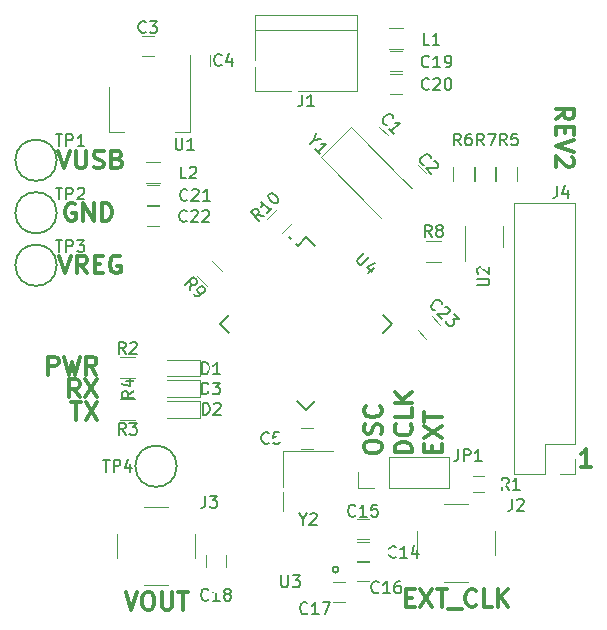
<source format=gto>
%TF.GenerationSoftware,KiCad,Pcbnew,4.0.6-e0-6349~53~ubuntu16.04.1*%
%TF.CreationDate,2017-04-07T11:05:52-07:00*%
%TF.ProjectId,waveform-generator,77617665666F726D2D67656E65726174,rev?*%
%TF.FileFunction,Legend,Top*%
%FSLAX46Y46*%
G04 Gerber Fmt 4.6, Leading zero omitted, Abs format (unit mm)*
G04 Created by KiCad (PCBNEW 4.0.6-e0-6349~53~ubuntu16.04.1) date Fri Apr  7 11:05:52 2017*
%MOMM*%
%LPD*%
G01*
G04 APERTURE LIST*
%ADD10C,0.100000*%
%ADD11C,0.300000*%
%ADD12C,0.120000*%
%ADD13C,0.150000*%
%ADD14R,0.400000X1.350000*%
%ADD15C,1.250000*%
%ADD16C,1.550000*%
%ADD17C,3.500000*%
%ADD18R,1.500000X1.250000*%
%ADD19R,1.250000X1.500000*%
%ADD20R,1.200000X1.200000*%
%ADD21C,2.200000*%
%ADD22C,2.000000*%
%ADD23R,1.700000X1.700000*%
%ADD24O,1.700000X1.700000*%
%ADD25R,1.500000X1.300000*%
%ADD26R,1.200000X0.900000*%
%ADD27R,1.300000X1.500000*%
%ADD28R,3.800000X2.000000*%
%ADD29R,1.500000X2.000000*%
%ADD30R,0.650000X1.560000*%
%ADD31R,1.640000X2.380000*%
%ADD32R,1.000000X0.250000*%
%ADD33R,1.650000X1.950000*%
%ADD34C,2.800000*%
%ADD35C,0.558800*%
G04 APERTURE END LIST*
D10*
D11*
X69425429Y-26368572D02*
X70139714Y-25868572D01*
X69425429Y-25511429D02*
X70925429Y-25511429D01*
X70925429Y-26082857D01*
X70854000Y-26225715D01*
X70782571Y-26297143D01*
X70639714Y-26368572D01*
X70425429Y-26368572D01*
X70282571Y-26297143D01*
X70211143Y-26225715D01*
X70139714Y-26082857D01*
X70139714Y-25511429D01*
X70211143Y-27011429D02*
X70211143Y-27511429D01*
X69425429Y-27725715D02*
X69425429Y-27011429D01*
X70925429Y-27011429D01*
X70925429Y-27725715D01*
X70925429Y-28154286D02*
X69425429Y-28654286D01*
X70925429Y-29154286D01*
X70782571Y-29582857D02*
X70854000Y-29654286D01*
X70925429Y-29797143D01*
X70925429Y-30154286D01*
X70854000Y-30297143D01*
X70782571Y-30368572D01*
X70639714Y-30440000D01*
X70496857Y-30440000D01*
X70282571Y-30368572D01*
X69425429Y-29511429D01*
X69425429Y-30440000D01*
X28702143Y-33540000D02*
X28559286Y-33468571D01*
X28345000Y-33468571D01*
X28130715Y-33540000D01*
X27987857Y-33682857D01*
X27916429Y-33825714D01*
X27845000Y-34111429D01*
X27845000Y-34325714D01*
X27916429Y-34611429D01*
X27987857Y-34754286D01*
X28130715Y-34897143D01*
X28345000Y-34968571D01*
X28487857Y-34968571D01*
X28702143Y-34897143D01*
X28773572Y-34825714D01*
X28773572Y-34325714D01*
X28487857Y-34325714D01*
X29416429Y-34968571D02*
X29416429Y-33468571D01*
X30273572Y-34968571D01*
X30273572Y-33468571D01*
X30987858Y-34968571D02*
X30987858Y-33468571D01*
X31345001Y-33468571D01*
X31559286Y-33540000D01*
X31702144Y-33682857D01*
X31773572Y-33825714D01*
X31845001Y-34111429D01*
X31845001Y-34325714D01*
X31773572Y-34611429D01*
X31702144Y-34754286D01*
X31559286Y-34897143D01*
X31345001Y-34968571D01*
X30987858Y-34968571D01*
X27356929Y-37913571D02*
X27856929Y-39413571D01*
X28356929Y-37913571D01*
X29714072Y-39413571D02*
X29214072Y-38699286D01*
X28856929Y-39413571D02*
X28856929Y-37913571D01*
X29428357Y-37913571D01*
X29571215Y-37985000D01*
X29642643Y-38056429D01*
X29714072Y-38199286D01*
X29714072Y-38413571D01*
X29642643Y-38556429D01*
X29571215Y-38627857D01*
X29428357Y-38699286D01*
X28856929Y-38699286D01*
X30356929Y-38627857D02*
X30856929Y-38627857D01*
X31071215Y-39413571D02*
X30356929Y-39413571D01*
X30356929Y-37913571D01*
X31071215Y-37913571D01*
X32499786Y-37985000D02*
X32356929Y-37913571D01*
X32142643Y-37913571D01*
X31928358Y-37985000D01*
X31785500Y-38127857D01*
X31714072Y-38270714D01*
X31642643Y-38556429D01*
X31642643Y-38770714D01*
X31714072Y-39056429D01*
X31785500Y-39199286D01*
X31928358Y-39342143D01*
X32142643Y-39413571D01*
X32285500Y-39413571D01*
X32499786Y-39342143D01*
X32571215Y-39270714D01*
X32571215Y-38770714D01*
X32285500Y-38770714D01*
X27285500Y-29023571D02*
X27785500Y-30523571D01*
X28285500Y-29023571D01*
X28785500Y-29023571D02*
X28785500Y-30237857D01*
X28856928Y-30380714D01*
X28928357Y-30452143D01*
X29071214Y-30523571D01*
X29356928Y-30523571D01*
X29499786Y-30452143D01*
X29571214Y-30380714D01*
X29642643Y-30237857D01*
X29642643Y-29023571D01*
X30285500Y-30452143D02*
X30499786Y-30523571D01*
X30856929Y-30523571D01*
X30999786Y-30452143D01*
X31071215Y-30380714D01*
X31142643Y-30237857D01*
X31142643Y-30095000D01*
X31071215Y-29952143D01*
X30999786Y-29880714D01*
X30856929Y-29809286D01*
X30571215Y-29737857D01*
X30428357Y-29666429D01*
X30356929Y-29595000D01*
X30285500Y-29452143D01*
X30285500Y-29309286D01*
X30356929Y-29166429D01*
X30428357Y-29095000D01*
X30571215Y-29023571D01*
X30928357Y-29023571D01*
X31142643Y-29095000D01*
X32285500Y-29737857D02*
X32499786Y-29809286D01*
X32571214Y-29880714D01*
X32642643Y-30023571D01*
X32642643Y-30237857D01*
X32571214Y-30380714D01*
X32499786Y-30452143D01*
X32356928Y-30523571D01*
X31785500Y-30523571D01*
X31785500Y-29023571D01*
X32285500Y-29023571D01*
X32428357Y-29095000D01*
X32499786Y-29166429D01*
X32571214Y-29309286D01*
X32571214Y-29452143D01*
X32499786Y-29595000D01*
X32428357Y-29666429D01*
X32285500Y-29737857D01*
X31785500Y-29737857D01*
X72374072Y-55796571D02*
X71516929Y-55796571D01*
X71945501Y-55796571D02*
X71945501Y-54296571D01*
X71802644Y-54510857D01*
X71659786Y-54653714D01*
X71516929Y-54725143D01*
X53153571Y-54248643D02*
X53153571Y-53962929D01*
X53225000Y-53820071D01*
X53367857Y-53677214D01*
X53653571Y-53605786D01*
X54153571Y-53605786D01*
X54439286Y-53677214D01*
X54582143Y-53820071D01*
X54653571Y-53962929D01*
X54653571Y-54248643D01*
X54582143Y-54391500D01*
X54439286Y-54534357D01*
X54153571Y-54605786D01*
X53653571Y-54605786D01*
X53367857Y-54534357D01*
X53225000Y-54391500D01*
X53153571Y-54248643D01*
X54582143Y-53034357D02*
X54653571Y-52820071D01*
X54653571Y-52462928D01*
X54582143Y-52320071D01*
X54510714Y-52248642D01*
X54367857Y-52177214D01*
X54225000Y-52177214D01*
X54082143Y-52248642D01*
X54010714Y-52320071D01*
X53939286Y-52462928D01*
X53867857Y-52748642D01*
X53796429Y-52891500D01*
X53725000Y-52962928D01*
X53582143Y-53034357D01*
X53439286Y-53034357D01*
X53296429Y-52962928D01*
X53225000Y-52891500D01*
X53153571Y-52748642D01*
X53153571Y-52391500D01*
X53225000Y-52177214D01*
X54510714Y-50677214D02*
X54582143Y-50748643D01*
X54653571Y-50962929D01*
X54653571Y-51105786D01*
X54582143Y-51320071D01*
X54439286Y-51462929D01*
X54296429Y-51534357D01*
X54010714Y-51605786D01*
X53796429Y-51605786D01*
X53510714Y-51534357D01*
X53367857Y-51462929D01*
X53225000Y-51320071D01*
X53153571Y-51105786D01*
X53153571Y-50962929D01*
X53225000Y-50748643D01*
X53296429Y-50677214D01*
X58947857Y-54566142D02*
X58947857Y-54066142D01*
X59733571Y-53851856D02*
X59733571Y-54566142D01*
X58233571Y-54566142D01*
X58233571Y-53851856D01*
X58233571Y-53351856D02*
X59733571Y-52351856D01*
X58233571Y-52351856D02*
X59733571Y-53351856D01*
X58233571Y-51994714D02*
X58233571Y-51137571D01*
X59733571Y-51566142D02*
X58233571Y-51566142D01*
X57257071Y-54570000D02*
X55757071Y-54570000D01*
X55757071Y-54212857D01*
X55828500Y-53998572D01*
X55971357Y-53855714D01*
X56114214Y-53784286D01*
X56399929Y-53712857D01*
X56614214Y-53712857D01*
X56899929Y-53784286D01*
X57042786Y-53855714D01*
X57185643Y-53998572D01*
X57257071Y-54212857D01*
X57257071Y-54570000D01*
X57114214Y-52212857D02*
X57185643Y-52284286D01*
X57257071Y-52498572D01*
X57257071Y-52641429D01*
X57185643Y-52855714D01*
X57042786Y-52998572D01*
X56899929Y-53070000D01*
X56614214Y-53141429D01*
X56399929Y-53141429D01*
X56114214Y-53070000D01*
X55971357Y-52998572D01*
X55828500Y-52855714D01*
X55757071Y-52641429D01*
X55757071Y-52498572D01*
X55828500Y-52284286D01*
X55899929Y-52212857D01*
X57257071Y-50855714D02*
X57257071Y-51570000D01*
X55757071Y-51570000D01*
X57257071Y-50355714D02*
X55757071Y-50355714D01*
X57257071Y-49498571D02*
X56399929Y-50141428D01*
X55757071Y-49498571D02*
X56614214Y-50355714D01*
X26448000Y-47986071D02*
X26448000Y-46486071D01*
X27019428Y-46486071D01*
X27162286Y-46557500D01*
X27233714Y-46628929D01*
X27305143Y-46771786D01*
X27305143Y-46986071D01*
X27233714Y-47128929D01*
X27162286Y-47200357D01*
X27019428Y-47271786D01*
X26448000Y-47271786D01*
X27805143Y-46486071D02*
X28162286Y-47986071D01*
X28448000Y-46914643D01*
X28733714Y-47986071D01*
X29090857Y-46486071D01*
X30519429Y-47986071D02*
X30019429Y-47271786D01*
X29662286Y-47986071D02*
X29662286Y-46486071D01*
X30233714Y-46486071D01*
X30376572Y-46557500D01*
X30448000Y-46628929D01*
X30519429Y-46771786D01*
X30519429Y-46986071D01*
X30448000Y-47128929D01*
X30376572Y-47200357D01*
X30233714Y-47271786D01*
X29662286Y-47271786D01*
X29087001Y-49891071D02*
X28587001Y-49176786D01*
X28229858Y-49891071D02*
X28229858Y-48391071D01*
X28801286Y-48391071D01*
X28944144Y-48462500D01*
X29015572Y-48533929D01*
X29087001Y-48676786D01*
X29087001Y-48891071D01*
X29015572Y-49033929D01*
X28944144Y-49105357D01*
X28801286Y-49176786D01*
X28229858Y-49176786D01*
X29587001Y-48391071D02*
X30587001Y-49891071D01*
X30587001Y-48391071D02*
X29587001Y-49891071D01*
X28384643Y-50296071D02*
X29241786Y-50296071D01*
X28813215Y-51796071D02*
X28813215Y-50296071D01*
X29598929Y-50296071D02*
X30598929Y-51796071D01*
X30598929Y-50296071D02*
X29598929Y-51796071D01*
X32980643Y-66425071D02*
X33480643Y-67925071D01*
X33980643Y-66425071D01*
X34766357Y-66425071D02*
X35052071Y-66425071D01*
X35194929Y-66496500D01*
X35337786Y-66639357D01*
X35409214Y-66925071D01*
X35409214Y-67425071D01*
X35337786Y-67710786D01*
X35194929Y-67853643D01*
X35052071Y-67925071D01*
X34766357Y-67925071D01*
X34623500Y-67853643D01*
X34480643Y-67710786D01*
X34409214Y-67425071D01*
X34409214Y-66925071D01*
X34480643Y-66639357D01*
X34623500Y-66496500D01*
X34766357Y-66425071D01*
X36052072Y-66425071D02*
X36052072Y-67639357D01*
X36123500Y-67782214D01*
X36194929Y-67853643D01*
X36337786Y-67925071D01*
X36623500Y-67925071D01*
X36766358Y-67853643D01*
X36837786Y-67782214D01*
X36909215Y-67639357D01*
X36909215Y-66425071D01*
X37409215Y-66425071D02*
X38266358Y-66425071D01*
X37837787Y-67925071D02*
X37837787Y-66425071D01*
X56737786Y-66885357D02*
X57237786Y-66885357D01*
X57452072Y-67671071D02*
X56737786Y-67671071D01*
X56737786Y-66171071D01*
X57452072Y-66171071D01*
X57952072Y-66171071D02*
X58952072Y-67671071D01*
X58952072Y-66171071D02*
X57952072Y-67671071D01*
X59309214Y-66171071D02*
X60166357Y-66171071D01*
X59737786Y-67671071D02*
X59737786Y-66171071D01*
X60309214Y-67813929D02*
X61452071Y-67813929D01*
X62666357Y-67528214D02*
X62594928Y-67599643D01*
X62380642Y-67671071D01*
X62237785Y-67671071D01*
X62023500Y-67599643D01*
X61880642Y-67456786D01*
X61809214Y-67313929D01*
X61737785Y-67028214D01*
X61737785Y-66813929D01*
X61809214Y-66528214D01*
X61880642Y-66385357D01*
X62023500Y-66242500D01*
X62237785Y-66171071D01*
X62380642Y-66171071D01*
X62594928Y-66242500D01*
X62666357Y-66313929D01*
X64023500Y-67671071D02*
X63309214Y-67671071D01*
X63309214Y-66171071D01*
X64523500Y-67671071D02*
X64523500Y-66171071D01*
X65380643Y-67671071D02*
X64737786Y-66813929D01*
X65380643Y-66171071D02*
X64523500Y-67028214D01*
D12*
X52610000Y-17560000D02*
X43910000Y-17560000D01*
X52610000Y-23970000D02*
X43910000Y-23970000D01*
X43910000Y-23970000D02*
X43910000Y-17560000D01*
X43910000Y-18790000D02*
X52610000Y-18790000D01*
X52610000Y-17560000D02*
X52610000Y-23970000D01*
X55175507Y-27721177D02*
X54468400Y-27014070D01*
X53266319Y-28216151D02*
X53973426Y-28923258D01*
X56499211Y-31449043D02*
X57206318Y-32156150D01*
X58408399Y-30954069D02*
X57701292Y-30246962D01*
X35361500Y-19343000D02*
X34361500Y-19343000D01*
X34361500Y-21043000D02*
X35361500Y-21043000D01*
X38456500Y-20899500D02*
X38456500Y-21899500D01*
X40156500Y-21899500D02*
X40156500Y-20899500D01*
X47823500Y-54253500D02*
X48823500Y-54253500D01*
X48823500Y-52553500D02*
X47823500Y-52553500D01*
X53586000Y-62142000D02*
X52586000Y-62142000D01*
X52586000Y-63842000D02*
X53586000Y-63842000D01*
X53586000Y-60237000D02*
X52586000Y-60237000D01*
X52586000Y-61937000D02*
X53586000Y-61937000D01*
X53586000Y-63793000D02*
X52586000Y-63793000D01*
X52586000Y-65493000D02*
X53586000Y-65493000D01*
X50554000Y-67271000D02*
X51554000Y-67271000D01*
X51554000Y-65571000D02*
X50554000Y-65571000D01*
X41490000Y-64254000D02*
X41490000Y-63254000D01*
X39790000Y-63254000D02*
X39790000Y-64254000D01*
X56397784Y-20617386D02*
X55397784Y-20617386D01*
X55397784Y-22317386D02*
X56397784Y-22317386D01*
X56397783Y-22522386D02*
X55397783Y-22522386D01*
X55397783Y-24222386D02*
X56397783Y-24222386D01*
X34816728Y-33640583D02*
X35816728Y-33640583D01*
X35816728Y-31940583D02*
X34816728Y-31940583D01*
X34816728Y-35436634D02*
X35816728Y-35436634D01*
X35816728Y-33736634D02*
X34816728Y-33736634D01*
X59628594Y-43758013D02*
X58921487Y-43050906D01*
X57719406Y-44252987D02*
X58426513Y-44960094D01*
X39265000Y-48134500D02*
X39265000Y-46734500D01*
X39265000Y-46734500D02*
X36465000Y-46734500D01*
X39265000Y-48134500D02*
X36465000Y-48134500D01*
X39265000Y-51627000D02*
X39265000Y-50227000D01*
X39265000Y-50227000D02*
X36465000Y-50227000D01*
X39265000Y-51627000D02*
X36465000Y-51627000D01*
X39265000Y-49849000D02*
X39265000Y-48449000D01*
X39265000Y-48449000D02*
X36465000Y-48449000D01*
X39265000Y-49849000D02*
X36465000Y-49849000D01*
X59960000Y-58930000D02*
X61960000Y-58930000D01*
X59960000Y-65530000D02*
X61960000Y-65530000D01*
X64260000Y-61230000D02*
X64260000Y-63230000D01*
X57660000Y-61230000D02*
X57660000Y-63230000D01*
X34560000Y-59184000D02*
X36560000Y-59184000D01*
X34560000Y-65784000D02*
X36560000Y-65784000D01*
X38860000Y-61484000D02*
X38860000Y-63484000D01*
X32260000Y-61484000D02*
X32260000Y-63484000D01*
X71053000Y-53848000D02*
X71053000Y-33468000D01*
X71053000Y-33468000D02*
X65853000Y-33468000D01*
X65853000Y-33468000D02*
X65853000Y-56448000D01*
X65853000Y-56448000D02*
X68453000Y-56448000D01*
X68453000Y-56448000D02*
X68453000Y-53848000D01*
X68453000Y-53848000D02*
X71053000Y-53848000D01*
X71053000Y-55118000D02*
X71053000Y-56448000D01*
X71053000Y-56448000D02*
X69723000Y-56448000D01*
X55245000Y-57591000D02*
X60385000Y-57591000D01*
X60385000Y-57591000D02*
X60385000Y-54931000D01*
X60385000Y-54931000D02*
X55245000Y-54931000D01*
X55245000Y-54931000D02*
X55245000Y-57591000D01*
X53975000Y-57591000D02*
X52645000Y-57591000D01*
X52645000Y-57591000D02*
X52645000Y-56261000D01*
X55297784Y-18682387D02*
X56497784Y-18682387D01*
X56497784Y-20442387D02*
X55297784Y-20442387D01*
X35902200Y-31766400D02*
X34702200Y-31766400D01*
X34702200Y-30006400D02*
X35902200Y-30006400D01*
X63365000Y-57957000D02*
X62365000Y-57957000D01*
X62365000Y-56597000D02*
X63365000Y-56597000D01*
X32547000Y-46491000D02*
X33747000Y-46491000D01*
X33747000Y-48251000D02*
X32547000Y-48251000D01*
X32547000Y-50047000D02*
X33747000Y-50047000D01*
X33747000Y-51807000D02*
X32547000Y-51807000D01*
X32547000Y-48269000D02*
X33747000Y-48269000D01*
X33747000Y-50029000D02*
X32547000Y-50029000D01*
X64337519Y-31597991D02*
X64337519Y-30397991D01*
X66097519Y-30397991D02*
X66097519Y-31597991D01*
X60745416Y-31597991D02*
X60745416Y-30397991D01*
X62505416Y-30397991D02*
X62505416Y-31597991D01*
X62541467Y-31597991D02*
X62541467Y-30397991D01*
X64301467Y-30397991D02*
X64301467Y-31597991D01*
X59655000Y-38472000D02*
X58455000Y-38472000D01*
X58455000Y-36712000D02*
X59655000Y-36712000D01*
X40266490Y-38386982D02*
X41115018Y-39235510D01*
X39870510Y-40480018D02*
X39021982Y-39631490D01*
X47084018Y-35186490D02*
X46235490Y-36035018D01*
X44990982Y-34790510D02*
X45839510Y-33941982D01*
X31578500Y-27437000D02*
X32838500Y-27437000D01*
X38398500Y-27437000D02*
X37138500Y-27437000D01*
X31578500Y-23677000D02*
X31578500Y-27437000D01*
X38398500Y-21427000D02*
X38398500Y-27437000D01*
X64922000Y-37205500D02*
X64922000Y-35405500D01*
X61702000Y-35405500D02*
X61702000Y-38355500D01*
D13*
X51010000Y-64500000D02*
G75*
G03X51010000Y-64500000I-250000J0D01*
G01*
X48260000Y-36369445D02*
X47552893Y-37076552D01*
X55578555Y-43688000D02*
X54818415Y-44448140D01*
X48260000Y-51006555D02*
X49020140Y-50246415D01*
X40941445Y-43688000D02*
X41701585Y-42927860D01*
X48260000Y-36369445D02*
X49020140Y-37129585D01*
X40941445Y-43688000D02*
X41701585Y-44448140D01*
X48260000Y-51006555D02*
X47499860Y-50246415D01*
X55578555Y-43688000D02*
X54818415Y-42927860D01*
X47552893Y-37076552D02*
X46828109Y-36351767D01*
D12*
X57180862Y-32154736D02*
X52054337Y-27028212D01*
X52054337Y-27028212D02*
X49508753Y-29573796D01*
X49508753Y-29573796D02*
X54635277Y-34700321D01*
X50575500Y-54431500D02*
X46325500Y-54431500D01*
X46325500Y-54431500D02*
X46325500Y-59531500D01*
D13*
X27150000Y-29845000D02*
G75*
G03X27150000Y-29845000I-1750000J0D01*
G01*
X27150000Y-34290000D02*
G75*
G03X27150000Y-34290000I-1750000J0D01*
G01*
X27150000Y-38735000D02*
G75*
G03X27150000Y-38735000I-1750000J0D01*
G01*
X37310000Y-55753000D02*
G75*
G03X37310000Y-55753000I-1750000J0D01*
G01*
X47926667Y-24282381D02*
X47926667Y-24996667D01*
X47879047Y-25139524D01*
X47783809Y-25234762D01*
X47640952Y-25282381D01*
X47545714Y-25282381D01*
X48926667Y-25282381D02*
X48355238Y-25282381D01*
X48640952Y-25282381D02*
X48640952Y-24282381D01*
X48545714Y-24425238D01*
X48450476Y-24520476D01*
X48355238Y-24568095D01*
X55087961Y-26865915D02*
X55020618Y-26865915D01*
X54885931Y-26798571D01*
X54818587Y-26731228D01*
X54751243Y-26596540D01*
X54751243Y-26461853D01*
X54784915Y-26360838D01*
X54885930Y-26192480D01*
X54986946Y-26091464D01*
X55155305Y-25990449D01*
X55256320Y-25956777D01*
X55391007Y-25956777D01*
X55525694Y-26024121D01*
X55593038Y-26091464D01*
X55660381Y-26226151D01*
X55660381Y-26293495D01*
X55694053Y-27606693D02*
X55289991Y-27202632D01*
X55492022Y-27404662D02*
X56199128Y-26697555D01*
X56030770Y-26731227D01*
X55896083Y-26731227D01*
X55795068Y-26697555D01*
X58240111Y-30233688D02*
X58172768Y-30233688D01*
X58038081Y-30166344D01*
X57970737Y-30099001D01*
X57903393Y-29964313D01*
X57903393Y-29829626D01*
X57937065Y-29728611D01*
X58038080Y-29560253D01*
X58139096Y-29459237D01*
X58307455Y-29358222D01*
X58408470Y-29324550D01*
X58543157Y-29324550D01*
X58677844Y-29391894D01*
X58745188Y-29459237D01*
X58812531Y-29593924D01*
X58812531Y-29661268D01*
X59081905Y-29930641D02*
X59149248Y-29930641D01*
X59250263Y-29964313D01*
X59418623Y-30132672D01*
X59452294Y-30233688D01*
X59452294Y-30301031D01*
X59418623Y-30402046D01*
X59351279Y-30469390D01*
X59216592Y-30536733D01*
X58408470Y-30536733D01*
X58846203Y-30974466D01*
X34694834Y-18962643D02*
X34647215Y-19010262D01*
X34504358Y-19057881D01*
X34409120Y-19057881D01*
X34266262Y-19010262D01*
X34171024Y-18915024D01*
X34123405Y-18819786D01*
X34075786Y-18629310D01*
X34075786Y-18486452D01*
X34123405Y-18295976D01*
X34171024Y-18200738D01*
X34266262Y-18105500D01*
X34409120Y-18057881D01*
X34504358Y-18057881D01*
X34647215Y-18105500D01*
X34694834Y-18153119D01*
X35028167Y-18057881D02*
X35647215Y-18057881D01*
X35313881Y-18438833D01*
X35456739Y-18438833D01*
X35551977Y-18486452D01*
X35599596Y-18534071D01*
X35647215Y-18629310D01*
X35647215Y-18867405D01*
X35599596Y-18962643D01*
X35551977Y-19010262D01*
X35456739Y-19057881D01*
X35171024Y-19057881D01*
X35075786Y-19010262D01*
X35028167Y-18962643D01*
X41108334Y-21756643D02*
X41060715Y-21804262D01*
X40917858Y-21851881D01*
X40822620Y-21851881D01*
X40679762Y-21804262D01*
X40584524Y-21709024D01*
X40536905Y-21613786D01*
X40489286Y-21423310D01*
X40489286Y-21280452D01*
X40536905Y-21089976D01*
X40584524Y-20994738D01*
X40679762Y-20899500D01*
X40822620Y-20851881D01*
X40917858Y-20851881D01*
X41060715Y-20899500D01*
X41108334Y-20947119D01*
X41965477Y-21185214D02*
X41965477Y-21851881D01*
X41727381Y-20804262D02*
X41489286Y-21518548D01*
X42108334Y-21518548D01*
X45108834Y-53760643D02*
X45061215Y-53808262D01*
X44918358Y-53855881D01*
X44823120Y-53855881D01*
X44680262Y-53808262D01*
X44585024Y-53713024D01*
X44537405Y-53617786D01*
X44489786Y-53427310D01*
X44489786Y-53284452D01*
X44537405Y-53093976D01*
X44585024Y-52998738D01*
X44680262Y-52903500D01*
X44823120Y-52855881D01*
X44918358Y-52855881D01*
X45061215Y-52903500D01*
X45108834Y-52951119D01*
X46013596Y-52855881D02*
X45537405Y-52855881D01*
X45489786Y-53332071D01*
X45537405Y-53284452D01*
X45632643Y-53236833D01*
X45870739Y-53236833D01*
X45965977Y-53284452D01*
X46013596Y-53332071D01*
X46061215Y-53427310D01*
X46061215Y-53665405D01*
X46013596Y-53760643D01*
X45965977Y-53808262D01*
X45870739Y-53855881D01*
X45632643Y-53855881D01*
X45537405Y-53808262D01*
X45489786Y-53760643D01*
X55872143Y-63412643D02*
X55824524Y-63460262D01*
X55681667Y-63507881D01*
X55586429Y-63507881D01*
X55443571Y-63460262D01*
X55348333Y-63365024D01*
X55300714Y-63269786D01*
X55253095Y-63079310D01*
X55253095Y-62936452D01*
X55300714Y-62745976D01*
X55348333Y-62650738D01*
X55443571Y-62555500D01*
X55586429Y-62507881D01*
X55681667Y-62507881D01*
X55824524Y-62555500D01*
X55872143Y-62603119D01*
X56824524Y-63507881D02*
X56253095Y-63507881D01*
X56538809Y-63507881D02*
X56538809Y-62507881D01*
X56443571Y-62650738D01*
X56348333Y-62745976D01*
X56253095Y-62793595D01*
X57681667Y-62841214D02*
X57681667Y-63507881D01*
X57443571Y-62460262D02*
X57205476Y-63174548D01*
X57824524Y-63174548D01*
X52443143Y-59920143D02*
X52395524Y-59967762D01*
X52252667Y-60015381D01*
X52157429Y-60015381D01*
X52014571Y-59967762D01*
X51919333Y-59872524D01*
X51871714Y-59777286D01*
X51824095Y-59586810D01*
X51824095Y-59443952D01*
X51871714Y-59253476D01*
X51919333Y-59158238D01*
X52014571Y-59063000D01*
X52157429Y-59015381D01*
X52252667Y-59015381D01*
X52395524Y-59063000D01*
X52443143Y-59110619D01*
X53395524Y-60015381D02*
X52824095Y-60015381D01*
X53109809Y-60015381D02*
X53109809Y-59015381D01*
X53014571Y-59158238D01*
X52919333Y-59253476D01*
X52824095Y-59301095D01*
X54300286Y-59015381D02*
X53824095Y-59015381D01*
X53776476Y-59491571D01*
X53824095Y-59443952D01*
X53919333Y-59396333D01*
X54157429Y-59396333D01*
X54252667Y-59443952D01*
X54300286Y-59491571D01*
X54347905Y-59586810D01*
X54347905Y-59824905D01*
X54300286Y-59920143D01*
X54252667Y-59967762D01*
X54157429Y-60015381D01*
X53919333Y-60015381D01*
X53824095Y-59967762D01*
X53776476Y-59920143D01*
X54411643Y-66397143D02*
X54364024Y-66444762D01*
X54221167Y-66492381D01*
X54125929Y-66492381D01*
X53983071Y-66444762D01*
X53887833Y-66349524D01*
X53840214Y-66254286D01*
X53792595Y-66063810D01*
X53792595Y-65920952D01*
X53840214Y-65730476D01*
X53887833Y-65635238D01*
X53983071Y-65540000D01*
X54125929Y-65492381D01*
X54221167Y-65492381D01*
X54364024Y-65540000D01*
X54411643Y-65587619D01*
X55364024Y-66492381D02*
X54792595Y-66492381D01*
X55078309Y-66492381D02*
X55078309Y-65492381D01*
X54983071Y-65635238D01*
X54887833Y-65730476D01*
X54792595Y-65778095D01*
X56221167Y-65492381D02*
X56030690Y-65492381D01*
X55935452Y-65540000D01*
X55887833Y-65587619D01*
X55792595Y-65730476D01*
X55744976Y-65920952D01*
X55744976Y-66301905D01*
X55792595Y-66397143D01*
X55840214Y-66444762D01*
X55935452Y-66492381D01*
X56125929Y-66492381D01*
X56221167Y-66444762D01*
X56268786Y-66397143D01*
X56316405Y-66301905D01*
X56316405Y-66063810D01*
X56268786Y-65968571D01*
X56221167Y-65920952D01*
X56125929Y-65873333D01*
X55935452Y-65873333D01*
X55840214Y-65920952D01*
X55792595Y-65968571D01*
X55744976Y-66063810D01*
X48379143Y-68175143D02*
X48331524Y-68222762D01*
X48188667Y-68270381D01*
X48093429Y-68270381D01*
X47950571Y-68222762D01*
X47855333Y-68127524D01*
X47807714Y-68032286D01*
X47760095Y-67841810D01*
X47760095Y-67698952D01*
X47807714Y-67508476D01*
X47855333Y-67413238D01*
X47950571Y-67318000D01*
X48093429Y-67270381D01*
X48188667Y-67270381D01*
X48331524Y-67318000D01*
X48379143Y-67365619D01*
X49331524Y-68270381D02*
X48760095Y-68270381D01*
X49045809Y-68270381D02*
X49045809Y-67270381D01*
X48950571Y-67413238D01*
X48855333Y-67508476D01*
X48760095Y-67556095D01*
X49664857Y-67270381D02*
X50331524Y-67270381D01*
X49902952Y-68270381D01*
X39997143Y-67032143D02*
X39949524Y-67079762D01*
X39806667Y-67127381D01*
X39711429Y-67127381D01*
X39568571Y-67079762D01*
X39473333Y-66984524D01*
X39425714Y-66889286D01*
X39378095Y-66698810D01*
X39378095Y-66555952D01*
X39425714Y-66365476D01*
X39473333Y-66270238D01*
X39568571Y-66175000D01*
X39711429Y-66127381D01*
X39806667Y-66127381D01*
X39949524Y-66175000D01*
X39997143Y-66222619D01*
X40949524Y-67127381D02*
X40378095Y-67127381D01*
X40663809Y-67127381D02*
X40663809Y-66127381D01*
X40568571Y-66270238D01*
X40473333Y-66365476D01*
X40378095Y-66413095D01*
X41520952Y-66555952D02*
X41425714Y-66508333D01*
X41378095Y-66460714D01*
X41330476Y-66365476D01*
X41330476Y-66317857D01*
X41378095Y-66222619D01*
X41425714Y-66175000D01*
X41520952Y-66127381D01*
X41711429Y-66127381D01*
X41806667Y-66175000D01*
X41854286Y-66222619D01*
X41901905Y-66317857D01*
X41901905Y-66365476D01*
X41854286Y-66460714D01*
X41806667Y-66508333D01*
X41711429Y-66555952D01*
X41520952Y-66555952D01*
X41425714Y-66603571D01*
X41378095Y-66651190D01*
X41330476Y-66746429D01*
X41330476Y-66936905D01*
X41378095Y-67032143D01*
X41425714Y-67079762D01*
X41520952Y-67127381D01*
X41711429Y-67127381D01*
X41806667Y-67079762D01*
X41854286Y-67032143D01*
X41901905Y-66936905D01*
X41901905Y-66746429D01*
X41854286Y-66651190D01*
X41806667Y-66603571D01*
X41711429Y-66555952D01*
X58666143Y-21883643D02*
X58618524Y-21931262D01*
X58475667Y-21978881D01*
X58380429Y-21978881D01*
X58237571Y-21931262D01*
X58142333Y-21836024D01*
X58094714Y-21740786D01*
X58047095Y-21550310D01*
X58047095Y-21407452D01*
X58094714Y-21216976D01*
X58142333Y-21121738D01*
X58237571Y-21026500D01*
X58380429Y-20978881D01*
X58475667Y-20978881D01*
X58618524Y-21026500D01*
X58666143Y-21074119D01*
X59618524Y-21978881D02*
X59047095Y-21978881D01*
X59332809Y-21978881D02*
X59332809Y-20978881D01*
X59237571Y-21121738D01*
X59142333Y-21216976D01*
X59047095Y-21264595D01*
X60094714Y-21978881D02*
X60285190Y-21978881D01*
X60380429Y-21931262D01*
X60428048Y-21883643D01*
X60523286Y-21740786D01*
X60570905Y-21550310D01*
X60570905Y-21169357D01*
X60523286Y-21074119D01*
X60475667Y-21026500D01*
X60380429Y-20978881D01*
X60189952Y-20978881D01*
X60094714Y-21026500D01*
X60047095Y-21074119D01*
X59999476Y-21169357D01*
X59999476Y-21407452D01*
X60047095Y-21502690D01*
X60094714Y-21550310D01*
X60189952Y-21597929D01*
X60380429Y-21597929D01*
X60475667Y-21550310D01*
X60523286Y-21502690D01*
X60570905Y-21407452D01*
X58666143Y-23788643D02*
X58618524Y-23836262D01*
X58475667Y-23883881D01*
X58380429Y-23883881D01*
X58237571Y-23836262D01*
X58142333Y-23741024D01*
X58094714Y-23645786D01*
X58047095Y-23455310D01*
X58047095Y-23312452D01*
X58094714Y-23121976D01*
X58142333Y-23026738D01*
X58237571Y-22931500D01*
X58380429Y-22883881D01*
X58475667Y-22883881D01*
X58618524Y-22931500D01*
X58666143Y-22979119D01*
X59047095Y-22979119D02*
X59094714Y-22931500D01*
X59189952Y-22883881D01*
X59428048Y-22883881D01*
X59523286Y-22931500D01*
X59570905Y-22979119D01*
X59618524Y-23074357D01*
X59618524Y-23169595D01*
X59570905Y-23312452D01*
X58999476Y-23883881D01*
X59618524Y-23883881D01*
X60237571Y-22883881D02*
X60332810Y-22883881D01*
X60428048Y-22931500D01*
X60475667Y-22979119D01*
X60523286Y-23074357D01*
X60570905Y-23264833D01*
X60570905Y-23502929D01*
X60523286Y-23693405D01*
X60475667Y-23788643D01*
X60428048Y-23836262D01*
X60332810Y-23883881D01*
X60237571Y-23883881D01*
X60142333Y-23836262D01*
X60094714Y-23788643D01*
X60047095Y-23693405D01*
X59999476Y-23502929D01*
X59999476Y-23264833D01*
X60047095Y-23074357D01*
X60094714Y-22979119D01*
X60142333Y-22931500D01*
X60237571Y-22883881D01*
X38219143Y-33186643D02*
X38171524Y-33234262D01*
X38028667Y-33281881D01*
X37933429Y-33281881D01*
X37790571Y-33234262D01*
X37695333Y-33139024D01*
X37647714Y-33043786D01*
X37600095Y-32853310D01*
X37600095Y-32710452D01*
X37647714Y-32519976D01*
X37695333Y-32424738D01*
X37790571Y-32329500D01*
X37933429Y-32281881D01*
X38028667Y-32281881D01*
X38171524Y-32329500D01*
X38219143Y-32377119D01*
X38600095Y-32377119D02*
X38647714Y-32329500D01*
X38742952Y-32281881D01*
X38981048Y-32281881D01*
X39076286Y-32329500D01*
X39123905Y-32377119D01*
X39171524Y-32472357D01*
X39171524Y-32567595D01*
X39123905Y-32710452D01*
X38552476Y-33281881D01*
X39171524Y-33281881D01*
X40123905Y-33281881D02*
X39552476Y-33281881D01*
X39838190Y-33281881D02*
X39838190Y-32281881D01*
X39742952Y-32424738D01*
X39647714Y-32519976D01*
X39552476Y-32567595D01*
X38155643Y-34964643D02*
X38108024Y-35012262D01*
X37965167Y-35059881D01*
X37869929Y-35059881D01*
X37727071Y-35012262D01*
X37631833Y-34917024D01*
X37584214Y-34821786D01*
X37536595Y-34631310D01*
X37536595Y-34488452D01*
X37584214Y-34297976D01*
X37631833Y-34202738D01*
X37727071Y-34107500D01*
X37869929Y-34059881D01*
X37965167Y-34059881D01*
X38108024Y-34107500D01*
X38155643Y-34155119D01*
X38536595Y-34155119D02*
X38584214Y-34107500D01*
X38679452Y-34059881D01*
X38917548Y-34059881D01*
X39012786Y-34107500D01*
X39060405Y-34155119D01*
X39108024Y-34250357D01*
X39108024Y-34345595D01*
X39060405Y-34488452D01*
X38488976Y-35059881D01*
X39108024Y-35059881D01*
X39488976Y-34155119D02*
X39536595Y-34107500D01*
X39631833Y-34059881D01*
X39869929Y-34059881D01*
X39965167Y-34107500D01*
X40012786Y-34155119D01*
X40060405Y-34250357D01*
X40060405Y-34345595D01*
X40012786Y-34488452D01*
X39441357Y-35059881D01*
X40060405Y-35059881D01*
X59204330Y-42566033D02*
X59136987Y-42566033D01*
X59002300Y-42498689D01*
X58934956Y-42431346D01*
X58867612Y-42296658D01*
X58867612Y-42161971D01*
X58901284Y-42060956D01*
X59002299Y-41892598D01*
X59103315Y-41791582D01*
X59271674Y-41690567D01*
X59372689Y-41656895D01*
X59507376Y-41656895D01*
X59642063Y-41724239D01*
X59709407Y-41791582D01*
X59776750Y-41926269D01*
X59776750Y-41993613D01*
X60046124Y-42262987D02*
X60113467Y-42262987D01*
X60214482Y-42296658D01*
X60382842Y-42465018D01*
X60416513Y-42566033D01*
X60416513Y-42633376D01*
X60382842Y-42734391D01*
X60315498Y-42801735D01*
X60180811Y-42869078D01*
X59372689Y-42869078D01*
X59810422Y-43306811D01*
X60753231Y-42835406D02*
X61190964Y-43273139D01*
X60685887Y-43306810D01*
X60786903Y-43407826D01*
X60820575Y-43508841D01*
X60820575Y-43576185D01*
X60786902Y-43677201D01*
X60618544Y-43845559D01*
X60517529Y-43879231D01*
X60450185Y-43879231D01*
X60349170Y-43845559D01*
X60147139Y-43643528D01*
X60113467Y-43542513D01*
X60113467Y-43475170D01*
X39457405Y-47950381D02*
X39457405Y-46950381D01*
X39695500Y-46950381D01*
X39838358Y-46998000D01*
X39933596Y-47093238D01*
X39981215Y-47188476D01*
X40028834Y-47378952D01*
X40028834Y-47521810D01*
X39981215Y-47712286D01*
X39933596Y-47807524D01*
X39838358Y-47902762D01*
X39695500Y-47950381D01*
X39457405Y-47950381D01*
X40981215Y-47950381D02*
X40409786Y-47950381D01*
X40695500Y-47950381D02*
X40695500Y-46950381D01*
X40600262Y-47093238D01*
X40505024Y-47188476D01*
X40409786Y-47236095D01*
X39520905Y-51379381D02*
X39520905Y-50379381D01*
X39759000Y-50379381D01*
X39901858Y-50427000D01*
X39997096Y-50522238D01*
X40044715Y-50617476D01*
X40092334Y-50807952D01*
X40092334Y-50950810D01*
X40044715Y-51141286D01*
X39997096Y-51236524D01*
X39901858Y-51331762D01*
X39759000Y-51379381D01*
X39520905Y-51379381D01*
X40473286Y-50474619D02*
X40520905Y-50427000D01*
X40616143Y-50379381D01*
X40854239Y-50379381D01*
X40949477Y-50427000D01*
X40997096Y-50474619D01*
X41044715Y-50569857D01*
X41044715Y-50665095D01*
X40997096Y-50807952D01*
X40425667Y-51379381D01*
X41044715Y-51379381D01*
X39457405Y-49664881D02*
X39457405Y-48664881D01*
X39695500Y-48664881D01*
X39838358Y-48712500D01*
X39933596Y-48807738D01*
X39981215Y-48902976D01*
X40028834Y-49093452D01*
X40028834Y-49236310D01*
X39981215Y-49426786D01*
X39933596Y-49522024D01*
X39838358Y-49617262D01*
X39695500Y-49664881D01*
X39457405Y-49664881D01*
X40362167Y-48664881D02*
X40981215Y-48664881D01*
X40647881Y-49045833D01*
X40790739Y-49045833D01*
X40885977Y-49093452D01*
X40933596Y-49141071D01*
X40981215Y-49236310D01*
X40981215Y-49474405D01*
X40933596Y-49569643D01*
X40885977Y-49617262D01*
X40790739Y-49664881D01*
X40505024Y-49664881D01*
X40409786Y-49617262D01*
X40362167Y-49569643D01*
X65706667Y-58507381D02*
X65706667Y-59221667D01*
X65659047Y-59364524D01*
X65563809Y-59459762D01*
X65420952Y-59507381D01*
X65325714Y-59507381D01*
X66135238Y-58602619D02*
X66182857Y-58555000D01*
X66278095Y-58507381D01*
X66516191Y-58507381D01*
X66611429Y-58555000D01*
X66659048Y-58602619D01*
X66706667Y-58697857D01*
X66706667Y-58793095D01*
X66659048Y-58935952D01*
X66087619Y-59507381D01*
X66706667Y-59507381D01*
X39735167Y-58253381D02*
X39735167Y-58967667D01*
X39687547Y-59110524D01*
X39592309Y-59205762D01*
X39449452Y-59253381D01*
X39354214Y-59253381D01*
X40116119Y-58253381D02*
X40735167Y-58253381D01*
X40401833Y-58634333D01*
X40544691Y-58634333D01*
X40639929Y-58681952D01*
X40687548Y-58729571D01*
X40735167Y-58824810D01*
X40735167Y-59062905D01*
X40687548Y-59158143D01*
X40639929Y-59205762D01*
X40544691Y-59253381D01*
X40258976Y-59253381D01*
X40163738Y-59205762D01*
X40116119Y-59158143D01*
X69516667Y-32027881D02*
X69516667Y-32742167D01*
X69469047Y-32885024D01*
X69373809Y-32980262D01*
X69230952Y-33027881D01*
X69135714Y-33027881D01*
X70421429Y-32361214D02*
X70421429Y-33027881D01*
X70183333Y-31980262D02*
X69945238Y-32694548D01*
X70564286Y-32694548D01*
X61142667Y-54316381D02*
X61142667Y-55030667D01*
X61095047Y-55173524D01*
X60999809Y-55268762D01*
X60856952Y-55316381D01*
X60761714Y-55316381D01*
X61618857Y-55316381D02*
X61618857Y-54316381D01*
X61999810Y-54316381D01*
X62095048Y-54364000D01*
X62142667Y-54411619D01*
X62190286Y-54506857D01*
X62190286Y-54649714D01*
X62142667Y-54744952D01*
X62095048Y-54792571D01*
X61999810Y-54840190D01*
X61618857Y-54840190D01*
X63142667Y-55316381D02*
X62571238Y-55316381D01*
X62856952Y-55316381D02*
X62856952Y-54316381D01*
X62761714Y-54459238D01*
X62666476Y-54554476D01*
X62571238Y-54602095D01*
X58697834Y-20073881D02*
X58221643Y-20073881D01*
X58221643Y-19073881D01*
X59554977Y-20073881D02*
X58983548Y-20073881D01*
X59269262Y-20073881D02*
X59269262Y-19073881D01*
X59174024Y-19216738D01*
X59078786Y-19311976D01*
X58983548Y-19359595D01*
X38123834Y-31376881D02*
X37647643Y-31376881D01*
X37647643Y-30376881D01*
X38409548Y-30472119D02*
X38457167Y-30424500D01*
X38552405Y-30376881D01*
X38790501Y-30376881D01*
X38885739Y-30424500D01*
X38933358Y-30472119D01*
X38980977Y-30567357D01*
X38980977Y-30662595D01*
X38933358Y-30805452D01*
X38361929Y-31376881D01*
X38980977Y-31376881D01*
X65408334Y-57729381D02*
X65075000Y-57253190D01*
X64836905Y-57729381D02*
X64836905Y-56729381D01*
X65217858Y-56729381D01*
X65313096Y-56777000D01*
X65360715Y-56824619D01*
X65408334Y-56919857D01*
X65408334Y-57062714D01*
X65360715Y-57157952D01*
X65313096Y-57205571D01*
X65217858Y-57253190D01*
X64836905Y-57253190D01*
X66360715Y-57729381D02*
X65789286Y-57729381D01*
X66075000Y-57729381D02*
X66075000Y-56729381D01*
X65979762Y-56872238D01*
X65884524Y-56967476D01*
X65789286Y-57015095D01*
X32980334Y-46235881D02*
X32647000Y-45759690D01*
X32408905Y-46235881D02*
X32408905Y-45235881D01*
X32789858Y-45235881D01*
X32885096Y-45283500D01*
X32932715Y-45331119D01*
X32980334Y-45426357D01*
X32980334Y-45569214D01*
X32932715Y-45664452D01*
X32885096Y-45712071D01*
X32789858Y-45759690D01*
X32408905Y-45759690D01*
X33361286Y-45331119D02*
X33408905Y-45283500D01*
X33504143Y-45235881D01*
X33742239Y-45235881D01*
X33837477Y-45283500D01*
X33885096Y-45331119D01*
X33932715Y-45426357D01*
X33932715Y-45521595D01*
X33885096Y-45664452D01*
X33313667Y-46235881D01*
X33932715Y-46235881D01*
X32980334Y-53079381D02*
X32647000Y-52603190D01*
X32408905Y-53079381D02*
X32408905Y-52079381D01*
X32789858Y-52079381D01*
X32885096Y-52127000D01*
X32932715Y-52174619D01*
X32980334Y-52269857D01*
X32980334Y-52412714D01*
X32932715Y-52507952D01*
X32885096Y-52555571D01*
X32789858Y-52603190D01*
X32408905Y-52603190D01*
X33313667Y-52079381D02*
X33932715Y-52079381D01*
X33599381Y-52460333D01*
X33742239Y-52460333D01*
X33837477Y-52507952D01*
X33885096Y-52555571D01*
X33932715Y-52650810D01*
X33932715Y-52888905D01*
X33885096Y-52984143D01*
X33837477Y-53031762D01*
X33742239Y-53079381D01*
X33456524Y-53079381D01*
X33361286Y-53031762D01*
X33313667Y-52984143D01*
X33662881Y-49379166D02*
X33186690Y-49712500D01*
X33662881Y-49950595D02*
X32662881Y-49950595D01*
X32662881Y-49569642D01*
X32710500Y-49474404D01*
X32758119Y-49426785D01*
X32853357Y-49379166D01*
X32996214Y-49379166D01*
X33091452Y-49426785D01*
X33139071Y-49474404D01*
X33186690Y-49569642D01*
X33186690Y-49950595D01*
X32996214Y-48522023D02*
X33662881Y-48522023D01*
X32615262Y-48760119D02*
X33329548Y-48998214D01*
X33329548Y-48379166D01*
X65238334Y-28582881D02*
X64905000Y-28106690D01*
X64666905Y-28582881D02*
X64666905Y-27582881D01*
X65047858Y-27582881D01*
X65143096Y-27630500D01*
X65190715Y-27678119D01*
X65238334Y-27773357D01*
X65238334Y-27916214D01*
X65190715Y-28011452D01*
X65143096Y-28059071D01*
X65047858Y-28106690D01*
X64666905Y-28106690D01*
X66143096Y-27582881D02*
X65666905Y-27582881D01*
X65619286Y-28059071D01*
X65666905Y-28011452D01*
X65762143Y-27963833D01*
X66000239Y-27963833D01*
X66095477Y-28011452D01*
X66143096Y-28059071D01*
X66190715Y-28154310D01*
X66190715Y-28392405D01*
X66143096Y-28487643D01*
X66095477Y-28535262D01*
X66000239Y-28582881D01*
X65762143Y-28582881D01*
X65666905Y-28535262D01*
X65619286Y-28487643D01*
X61364834Y-28582881D02*
X61031500Y-28106690D01*
X60793405Y-28582881D02*
X60793405Y-27582881D01*
X61174358Y-27582881D01*
X61269596Y-27630500D01*
X61317215Y-27678119D01*
X61364834Y-27773357D01*
X61364834Y-27916214D01*
X61317215Y-28011452D01*
X61269596Y-28059071D01*
X61174358Y-28106690D01*
X60793405Y-28106690D01*
X62221977Y-27582881D02*
X62031500Y-27582881D01*
X61936262Y-27630500D01*
X61888643Y-27678119D01*
X61793405Y-27820976D01*
X61745786Y-28011452D01*
X61745786Y-28392405D01*
X61793405Y-28487643D01*
X61841024Y-28535262D01*
X61936262Y-28582881D01*
X62126739Y-28582881D01*
X62221977Y-28535262D01*
X62269596Y-28487643D01*
X62317215Y-28392405D01*
X62317215Y-28154310D01*
X62269596Y-28059071D01*
X62221977Y-28011452D01*
X62126739Y-27963833D01*
X61936262Y-27963833D01*
X61841024Y-28011452D01*
X61793405Y-28059071D01*
X61745786Y-28154310D01*
X63333334Y-28582881D02*
X63000000Y-28106690D01*
X62761905Y-28582881D02*
X62761905Y-27582881D01*
X63142858Y-27582881D01*
X63238096Y-27630500D01*
X63285715Y-27678119D01*
X63333334Y-27773357D01*
X63333334Y-27916214D01*
X63285715Y-28011452D01*
X63238096Y-28059071D01*
X63142858Y-28106690D01*
X62761905Y-28106690D01*
X63666667Y-27582881D02*
X64333334Y-27582881D01*
X63904762Y-28582881D01*
X58888334Y-36344381D02*
X58555000Y-35868190D01*
X58316905Y-36344381D02*
X58316905Y-35344381D01*
X58697858Y-35344381D01*
X58793096Y-35392000D01*
X58840715Y-35439619D01*
X58888334Y-35534857D01*
X58888334Y-35677714D01*
X58840715Y-35772952D01*
X58793096Y-35820571D01*
X58697858Y-35868190D01*
X58316905Y-35868190D01*
X59459762Y-35772952D02*
X59364524Y-35725333D01*
X59316905Y-35677714D01*
X59269286Y-35582476D01*
X59269286Y-35534857D01*
X59316905Y-35439619D01*
X59364524Y-35392000D01*
X59459762Y-35344381D01*
X59650239Y-35344381D01*
X59745477Y-35392000D01*
X59793096Y-35439619D01*
X59840715Y-35534857D01*
X59840715Y-35582476D01*
X59793096Y-35677714D01*
X59745477Y-35725333D01*
X59650239Y-35772952D01*
X59459762Y-35772952D01*
X59364524Y-35820571D01*
X59316905Y-35868190D01*
X59269286Y-35963429D01*
X59269286Y-36153905D01*
X59316905Y-36249143D01*
X59364524Y-36296762D01*
X59459762Y-36344381D01*
X59650239Y-36344381D01*
X59745477Y-36296762D01*
X59793096Y-36249143D01*
X59840715Y-36153905D01*
X59840715Y-35963429D01*
X59793096Y-35868190D01*
X59745477Y-35820571D01*
X59650239Y-35772952D01*
X38428686Y-40837613D02*
X38529701Y-40265192D01*
X38024624Y-40433552D02*
X38731731Y-39726445D01*
X39001106Y-39995819D01*
X39034777Y-40096835D01*
X39034777Y-40164178D01*
X39001106Y-40265193D01*
X38900090Y-40366208D01*
X38799075Y-40399880D01*
X38731732Y-40399880D01*
X38630717Y-40366208D01*
X38361342Y-40096834D01*
X38765403Y-41174330D02*
X38900090Y-41309017D01*
X39001106Y-41342689D01*
X39068449Y-41342689D01*
X39236808Y-41309018D01*
X39405166Y-41208003D01*
X39674541Y-40938628D01*
X39708212Y-40837613D01*
X39708212Y-40770270D01*
X39674541Y-40669254D01*
X39539853Y-40534567D01*
X39438838Y-40500895D01*
X39371494Y-40500895D01*
X39270479Y-40534567D01*
X39102121Y-40702925D01*
X39068449Y-40803941D01*
X39068448Y-40871285D01*
X39102120Y-40972300D01*
X39236808Y-41106987D01*
X39337823Y-41140659D01*
X39405167Y-41140658D01*
X39506182Y-41106987D01*
X44700731Y-34560868D02*
X44128311Y-34459853D01*
X44296670Y-34964930D02*
X43589563Y-34257823D01*
X43858937Y-33988448D01*
X43959953Y-33954777D01*
X44027296Y-33954777D01*
X44128311Y-33988448D01*
X44229326Y-34089463D01*
X44262998Y-34190479D01*
X44262998Y-34257822D01*
X44229326Y-34358837D01*
X43959952Y-34628212D01*
X45374166Y-33887433D02*
X44970105Y-34291494D01*
X45172135Y-34089464D02*
X44465028Y-33382357D01*
X44498700Y-33550716D01*
X44498700Y-33685403D01*
X44465028Y-33786418D01*
X45104792Y-32742594D02*
X45172136Y-32675250D01*
X45273151Y-32641578D01*
X45340494Y-32641578D01*
X45441510Y-32675250D01*
X45609868Y-32776265D01*
X45778228Y-32944624D01*
X45879243Y-33112983D01*
X45912914Y-33213998D01*
X45912914Y-33281342D01*
X45879243Y-33382357D01*
X45811899Y-33449701D01*
X45710883Y-33483373D01*
X45643540Y-33483373D01*
X45542525Y-33449701D01*
X45374166Y-33348686D01*
X45205807Y-33180326D01*
X45104792Y-33011968D01*
X45071120Y-32910953D01*
X45071120Y-32843609D01*
X45104792Y-32742594D01*
X37211095Y-27963881D02*
X37211095Y-28773405D01*
X37258714Y-28868643D01*
X37306333Y-28916262D01*
X37401571Y-28963881D01*
X37592048Y-28963881D01*
X37687286Y-28916262D01*
X37734905Y-28868643D01*
X37782524Y-28773405D01*
X37782524Y-27963881D01*
X38782524Y-28963881D02*
X38211095Y-28963881D01*
X38496809Y-28963881D02*
X38496809Y-27963881D01*
X38401571Y-28106738D01*
X38306333Y-28201976D01*
X38211095Y-28249595D01*
X62761881Y-40449405D02*
X63571405Y-40449405D01*
X63666643Y-40401786D01*
X63714262Y-40354167D01*
X63761881Y-40258929D01*
X63761881Y-40068452D01*
X63714262Y-39973214D01*
X63666643Y-39925595D01*
X63571405Y-39877976D01*
X62761881Y-39877976D01*
X62857119Y-39449405D02*
X62809500Y-39401786D01*
X62761881Y-39306548D01*
X62761881Y-39068452D01*
X62809500Y-38973214D01*
X62857119Y-38925595D01*
X62952357Y-38877976D01*
X63047595Y-38877976D01*
X63190452Y-38925595D01*
X63761881Y-39497024D01*
X63761881Y-38877976D01*
X46164595Y-64984381D02*
X46164595Y-65793905D01*
X46212214Y-65889143D01*
X46259833Y-65936762D01*
X46355071Y-65984381D01*
X46545548Y-65984381D01*
X46640786Y-65936762D01*
X46688405Y-65889143D01*
X46736024Y-65793905D01*
X46736024Y-64984381D01*
X47116976Y-64984381D02*
X47736024Y-64984381D01*
X47402690Y-65365333D01*
X47545548Y-65365333D01*
X47640786Y-65412952D01*
X47688405Y-65460571D01*
X47736024Y-65555810D01*
X47736024Y-65793905D01*
X47688405Y-65889143D01*
X47640786Y-65936762D01*
X47545548Y-65984381D01*
X47259833Y-65984381D01*
X47164595Y-65936762D01*
X47116976Y-65889143D01*
X53199646Y-37670858D02*
X52627226Y-38243278D01*
X52593554Y-38344293D01*
X52593554Y-38411636D01*
X52627226Y-38512651D01*
X52761914Y-38647339D01*
X52862929Y-38681011D01*
X52930272Y-38681011D01*
X53031287Y-38647339D01*
X53603707Y-38074919D01*
X54007769Y-38950384D02*
X53536364Y-39421789D01*
X54108783Y-38512651D02*
X53435348Y-38849369D01*
X53873081Y-39287102D01*
X48956118Y-28157946D02*
X48619400Y-28494664D01*
X49090805Y-27551855D02*
X48956118Y-28157946D01*
X49562210Y-28023260D01*
X49461195Y-29336458D02*
X49057133Y-28932397D01*
X49259164Y-29134427D02*
X49966271Y-28427320D01*
X49797912Y-28460992D01*
X49663225Y-28460992D01*
X49562210Y-28427320D01*
X47974309Y-60237690D02*
X47974309Y-60713881D01*
X47640976Y-59713881D02*
X47974309Y-60237690D01*
X48307643Y-59713881D01*
X48593357Y-59809119D02*
X48640976Y-59761500D01*
X48736214Y-59713881D01*
X48974310Y-59713881D01*
X49069548Y-59761500D01*
X49117167Y-59809119D01*
X49164786Y-59904357D01*
X49164786Y-59999595D01*
X49117167Y-60142452D01*
X48545738Y-60713881D01*
X49164786Y-60713881D01*
X27059095Y-27646381D02*
X27630524Y-27646381D01*
X27344809Y-28646381D02*
X27344809Y-27646381D01*
X27963857Y-28646381D02*
X27963857Y-27646381D01*
X28344810Y-27646381D01*
X28440048Y-27694000D01*
X28487667Y-27741619D01*
X28535286Y-27836857D01*
X28535286Y-27979714D01*
X28487667Y-28074952D01*
X28440048Y-28122571D01*
X28344810Y-28170190D01*
X27963857Y-28170190D01*
X29487667Y-28646381D02*
X28916238Y-28646381D01*
X29201952Y-28646381D02*
X29201952Y-27646381D01*
X29106714Y-27789238D01*
X29011476Y-27884476D01*
X28916238Y-27932095D01*
X27059095Y-32154881D02*
X27630524Y-32154881D01*
X27344809Y-33154881D02*
X27344809Y-32154881D01*
X27963857Y-33154881D02*
X27963857Y-32154881D01*
X28344810Y-32154881D01*
X28440048Y-32202500D01*
X28487667Y-32250119D01*
X28535286Y-32345357D01*
X28535286Y-32488214D01*
X28487667Y-32583452D01*
X28440048Y-32631071D01*
X28344810Y-32678690D01*
X27963857Y-32678690D01*
X28916238Y-32250119D02*
X28963857Y-32202500D01*
X29059095Y-32154881D01*
X29297191Y-32154881D01*
X29392429Y-32202500D01*
X29440048Y-32250119D01*
X29487667Y-32345357D01*
X29487667Y-32440595D01*
X29440048Y-32583452D01*
X28868619Y-33154881D01*
X29487667Y-33154881D01*
X27059095Y-36599881D02*
X27630524Y-36599881D01*
X27344809Y-37599881D02*
X27344809Y-36599881D01*
X27963857Y-37599881D02*
X27963857Y-36599881D01*
X28344810Y-36599881D01*
X28440048Y-36647500D01*
X28487667Y-36695119D01*
X28535286Y-36790357D01*
X28535286Y-36933214D01*
X28487667Y-37028452D01*
X28440048Y-37076071D01*
X28344810Y-37123690D01*
X27963857Y-37123690D01*
X28868619Y-36599881D02*
X29487667Y-36599881D01*
X29154333Y-36980833D01*
X29297191Y-36980833D01*
X29392429Y-37028452D01*
X29440048Y-37076071D01*
X29487667Y-37171310D01*
X29487667Y-37409405D01*
X29440048Y-37504643D01*
X29392429Y-37552262D01*
X29297191Y-37599881D01*
X29011476Y-37599881D01*
X28916238Y-37552262D01*
X28868619Y-37504643D01*
X31059595Y-55205381D02*
X31631024Y-55205381D01*
X31345309Y-56205381D02*
X31345309Y-55205381D01*
X31964357Y-56205381D02*
X31964357Y-55205381D01*
X32345310Y-55205381D01*
X32440548Y-55253000D01*
X32488167Y-55300619D01*
X32535786Y-55395857D01*
X32535786Y-55538714D01*
X32488167Y-55633952D01*
X32440548Y-55681571D01*
X32345310Y-55729190D01*
X31964357Y-55729190D01*
X33392929Y-55538714D02*
X33392929Y-56205381D01*
X33154833Y-55157762D02*
X32916738Y-55872048D01*
X33535786Y-55872048D01*
%LPC*%
D14*
X49560000Y-22940000D03*
X48910000Y-22940000D03*
X48260000Y-22940000D03*
X47610000Y-22940000D03*
X46960000Y-22940000D03*
D15*
X50760000Y-22940000D03*
X45760000Y-22940000D03*
D16*
X51760000Y-20240000D03*
X44760000Y-20240000D03*
D17*
X69850000Y-64770000D03*
X26670000Y-64770000D03*
X69850000Y-21590000D03*
D10*
G36*
X52364758Y-26996393D02*
X53248642Y-26112509D01*
X54309302Y-27173169D01*
X53425418Y-28057053D01*
X52364758Y-26996393D01*
X52364758Y-26996393D01*
G37*
G36*
X54132524Y-28764159D02*
X55016408Y-27880275D01*
X56077068Y-28940935D01*
X55193184Y-29824819D01*
X54132524Y-28764159D01*
X54132524Y-28764159D01*
G37*
G36*
X59309960Y-32173827D02*
X58426076Y-33057711D01*
X57365416Y-31997051D01*
X58249300Y-31113167D01*
X59309960Y-32173827D01*
X59309960Y-32173827D01*
G37*
G36*
X57542194Y-30406061D02*
X56658310Y-31289945D01*
X55597650Y-30229285D01*
X56481534Y-29345401D01*
X57542194Y-30406061D01*
X57542194Y-30406061D01*
G37*
D18*
X33611500Y-20193000D03*
X36111500Y-20193000D03*
D19*
X39306500Y-22649500D03*
X39306500Y-20149500D03*
D18*
X49573500Y-53403500D03*
X47073500Y-53403500D03*
X51836000Y-62992000D03*
X54336000Y-62992000D03*
X51836000Y-61087000D03*
X54336000Y-61087000D03*
X51836000Y-64643000D03*
X54336000Y-64643000D03*
X52304000Y-66421000D03*
X49804000Y-66421000D03*
D19*
X40640000Y-62504000D03*
X40640000Y-65004000D03*
D18*
X54647784Y-21467386D03*
X57147784Y-21467386D03*
X54647783Y-23372386D03*
X57147783Y-23372386D03*
X36566728Y-32790583D03*
X34066728Y-32790583D03*
X36566728Y-34586634D03*
X34066728Y-34586634D03*
D10*
G36*
X56817845Y-43033229D02*
X57701729Y-42149345D01*
X58762389Y-43210005D01*
X57878505Y-44093889D01*
X56817845Y-43033229D01*
X56817845Y-43033229D01*
G37*
G36*
X58585611Y-44800995D02*
X59469495Y-43917111D01*
X60530155Y-44977771D01*
X59646271Y-45861655D01*
X58585611Y-44800995D01*
X58585611Y-44800995D01*
G37*
D20*
X36365000Y-47434500D03*
X38565000Y-47434500D03*
X36365000Y-50927000D03*
X38565000Y-50927000D03*
X36365000Y-49149000D03*
X38565000Y-49149000D03*
D21*
X58420000Y-64770000D03*
X58420000Y-59690000D03*
X63500000Y-59690000D03*
X63500000Y-64770000D03*
D22*
X60960000Y-62230000D03*
D21*
X33020000Y-65024000D03*
X33020000Y-59944000D03*
X38100000Y-59944000D03*
X38100000Y-65024000D03*
D22*
X35560000Y-62484000D03*
D23*
X69723000Y-55118000D03*
D24*
X67183000Y-55118000D03*
X69723000Y-52578000D03*
X67183000Y-52578000D03*
X69723000Y-50038000D03*
X67183000Y-50038000D03*
X69723000Y-47498000D03*
X67183000Y-47498000D03*
X69723000Y-44958000D03*
X67183000Y-44958000D03*
X69723000Y-42418000D03*
X67183000Y-42418000D03*
X69723000Y-39878000D03*
X67183000Y-39878000D03*
X69723000Y-37338000D03*
X67183000Y-37338000D03*
X69723000Y-34798000D03*
X67183000Y-34798000D03*
D23*
X53975000Y-56261000D03*
D24*
X56515000Y-56261000D03*
X59055000Y-56261000D03*
D25*
X57247784Y-19562387D03*
X54547784Y-19562387D03*
X33952200Y-30886400D03*
X36652200Y-30886400D03*
D26*
X61765000Y-57277000D03*
X63965000Y-57277000D03*
D25*
X34497000Y-47371000D03*
X31797000Y-47371000D03*
X34497000Y-50927000D03*
X31797000Y-50927000D03*
X34497000Y-49149000D03*
X31797000Y-49149000D03*
D27*
X65217519Y-29647991D03*
X65217519Y-32347991D03*
X61625416Y-29647991D03*
X61625416Y-32347991D03*
X63421467Y-29647991D03*
X63421467Y-32347991D03*
D25*
X57705000Y-37592000D03*
X60405000Y-37592000D03*
D10*
G36*
X42013043Y-40458805D02*
X41093805Y-41378043D01*
X40033145Y-40317383D01*
X40952383Y-39398145D01*
X42013043Y-40458805D01*
X42013043Y-40458805D01*
G37*
G36*
X40103855Y-38549617D02*
X39184617Y-39468855D01*
X38123957Y-38408195D01*
X39043195Y-37488957D01*
X40103855Y-38549617D01*
X40103855Y-38549617D01*
G37*
G36*
X45012195Y-36933043D02*
X44092957Y-36013805D01*
X45153617Y-34953145D01*
X46072855Y-35872383D01*
X45012195Y-36933043D01*
X45012195Y-36933043D01*
G37*
G36*
X46921383Y-35023855D02*
X46002145Y-34104617D01*
X47062805Y-33043957D01*
X47982043Y-33963195D01*
X46921383Y-35023855D01*
X46921383Y-35023855D01*
G37*
D28*
X34988500Y-28677000D03*
D29*
X34988500Y-22377000D03*
X32688500Y-22377000D03*
X37288500Y-22377000D03*
D30*
X62362000Y-37655500D03*
X63312000Y-37655500D03*
X64262000Y-37655500D03*
X64262000Y-34955500D03*
X62362000Y-34955500D03*
X63312000Y-34955500D03*
D31*
X48260000Y-63500000D03*
D32*
X49760000Y-64500000D03*
X49760000Y-64000000D03*
X49760000Y-63500000D03*
X49760000Y-63000000D03*
X49760000Y-62500000D03*
X46760000Y-62500000D03*
X46760000Y-63000000D03*
X46760000Y-63500000D03*
X46760000Y-64000000D03*
X46760000Y-64500000D03*
D10*
G36*
X46439200Y-36740676D02*
X46615977Y-36563899D01*
X47323084Y-37271006D01*
X47146307Y-37447783D01*
X46439200Y-36740676D01*
X46439200Y-36740676D01*
G37*
G36*
X46085646Y-37094229D02*
X46262423Y-36917452D01*
X46969530Y-37624559D01*
X46792753Y-37801336D01*
X46085646Y-37094229D01*
X46085646Y-37094229D01*
G37*
G36*
X45732093Y-37447783D02*
X45908870Y-37271006D01*
X46615977Y-37978113D01*
X46439200Y-38154890D01*
X45732093Y-37447783D01*
X45732093Y-37447783D01*
G37*
G36*
X45378540Y-37801336D02*
X45555317Y-37624559D01*
X46262424Y-38331666D01*
X46085647Y-38508443D01*
X45378540Y-37801336D01*
X45378540Y-37801336D01*
G37*
G36*
X45024986Y-38154889D02*
X45201763Y-37978112D01*
X45908870Y-38685219D01*
X45732093Y-38861996D01*
X45024986Y-38154889D01*
X45024986Y-38154889D01*
G37*
G36*
X44671433Y-38508443D02*
X44848210Y-38331666D01*
X45555317Y-39038773D01*
X45378540Y-39215550D01*
X44671433Y-38508443D01*
X44671433Y-38508443D01*
G37*
G36*
X44317879Y-38861996D02*
X44494656Y-38685219D01*
X45201763Y-39392326D01*
X45024986Y-39569103D01*
X44317879Y-38861996D01*
X44317879Y-38861996D01*
G37*
G36*
X43964326Y-39215550D02*
X44141103Y-39038773D01*
X44848210Y-39745880D01*
X44671433Y-39922657D01*
X43964326Y-39215550D01*
X43964326Y-39215550D01*
G37*
G36*
X43610773Y-39569103D02*
X43787550Y-39392326D01*
X44494657Y-40099433D01*
X44317880Y-40276210D01*
X43610773Y-39569103D01*
X43610773Y-39569103D01*
G37*
G36*
X43257219Y-39922656D02*
X43433996Y-39745879D01*
X44141103Y-40452986D01*
X43964326Y-40629763D01*
X43257219Y-39922656D01*
X43257219Y-39922656D01*
G37*
G36*
X42903666Y-40276210D02*
X43080443Y-40099433D01*
X43787550Y-40806540D01*
X43610773Y-40983317D01*
X42903666Y-40276210D01*
X42903666Y-40276210D01*
G37*
G36*
X42550112Y-40629763D02*
X42726889Y-40452986D01*
X43433996Y-41160093D01*
X43257219Y-41336870D01*
X42550112Y-40629763D01*
X42550112Y-40629763D01*
G37*
G36*
X42196559Y-40983317D02*
X42373336Y-40806540D01*
X43080443Y-41513647D01*
X42903666Y-41690424D01*
X42196559Y-40983317D01*
X42196559Y-40983317D01*
G37*
G36*
X41843006Y-41336870D02*
X42019783Y-41160093D01*
X42726890Y-41867200D01*
X42550113Y-42043977D01*
X41843006Y-41336870D01*
X41843006Y-41336870D01*
G37*
G36*
X41489452Y-41690423D02*
X41666229Y-41513646D01*
X42373336Y-42220753D01*
X42196559Y-42397530D01*
X41489452Y-41690423D01*
X41489452Y-41690423D01*
G37*
G36*
X41135899Y-42043977D02*
X41312676Y-41867200D01*
X42019783Y-42574307D01*
X41843006Y-42751084D01*
X41135899Y-42043977D01*
X41135899Y-42043977D01*
G37*
G36*
X41312676Y-45508800D02*
X41135899Y-45332023D01*
X41843006Y-44624916D01*
X42019783Y-44801693D01*
X41312676Y-45508800D01*
X41312676Y-45508800D01*
G37*
G36*
X41666229Y-45862354D02*
X41489452Y-45685577D01*
X42196559Y-44978470D01*
X42373336Y-45155247D01*
X41666229Y-45862354D01*
X41666229Y-45862354D01*
G37*
G36*
X42019783Y-46215907D02*
X41843006Y-46039130D01*
X42550113Y-45332023D01*
X42726890Y-45508800D01*
X42019783Y-46215907D01*
X42019783Y-46215907D01*
G37*
G36*
X42373336Y-46569460D02*
X42196559Y-46392683D01*
X42903666Y-45685576D01*
X43080443Y-45862353D01*
X42373336Y-46569460D01*
X42373336Y-46569460D01*
G37*
G36*
X42726889Y-46923014D02*
X42550112Y-46746237D01*
X43257219Y-46039130D01*
X43433996Y-46215907D01*
X42726889Y-46923014D01*
X42726889Y-46923014D01*
G37*
G36*
X43080443Y-47276567D02*
X42903666Y-47099790D01*
X43610773Y-46392683D01*
X43787550Y-46569460D01*
X43080443Y-47276567D01*
X43080443Y-47276567D01*
G37*
G36*
X43433996Y-47630121D02*
X43257219Y-47453344D01*
X43964326Y-46746237D01*
X44141103Y-46923014D01*
X43433996Y-47630121D01*
X43433996Y-47630121D01*
G37*
G36*
X43787550Y-47983674D02*
X43610773Y-47806897D01*
X44317880Y-47099790D01*
X44494657Y-47276567D01*
X43787550Y-47983674D01*
X43787550Y-47983674D01*
G37*
G36*
X44141103Y-48337227D02*
X43964326Y-48160450D01*
X44671433Y-47453343D01*
X44848210Y-47630120D01*
X44141103Y-48337227D01*
X44141103Y-48337227D01*
G37*
G36*
X44494656Y-48690781D02*
X44317879Y-48514004D01*
X45024986Y-47806897D01*
X45201763Y-47983674D01*
X44494656Y-48690781D01*
X44494656Y-48690781D01*
G37*
G36*
X44848210Y-49044334D02*
X44671433Y-48867557D01*
X45378540Y-48160450D01*
X45555317Y-48337227D01*
X44848210Y-49044334D01*
X44848210Y-49044334D01*
G37*
G36*
X45201763Y-49397888D02*
X45024986Y-49221111D01*
X45732093Y-48514004D01*
X45908870Y-48690781D01*
X45201763Y-49397888D01*
X45201763Y-49397888D01*
G37*
G36*
X45555317Y-49751441D02*
X45378540Y-49574664D01*
X46085647Y-48867557D01*
X46262424Y-49044334D01*
X45555317Y-49751441D01*
X45555317Y-49751441D01*
G37*
G36*
X45908870Y-50104994D02*
X45732093Y-49928217D01*
X46439200Y-49221110D01*
X46615977Y-49397887D01*
X45908870Y-50104994D01*
X45908870Y-50104994D01*
G37*
G36*
X46262423Y-50458548D02*
X46085646Y-50281771D01*
X46792753Y-49574664D01*
X46969530Y-49751441D01*
X46262423Y-50458548D01*
X46262423Y-50458548D01*
G37*
G36*
X46615977Y-50812101D02*
X46439200Y-50635324D01*
X47146307Y-49928217D01*
X47323084Y-50104994D01*
X46615977Y-50812101D01*
X46615977Y-50812101D01*
G37*
G36*
X49196916Y-50104994D02*
X49373693Y-49928217D01*
X50080800Y-50635324D01*
X49904023Y-50812101D01*
X49196916Y-50104994D01*
X49196916Y-50104994D01*
G37*
G36*
X49550470Y-49751441D02*
X49727247Y-49574664D01*
X50434354Y-50281771D01*
X50257577Y-50458548D01*
X49550470Y-49751441D01*
X49550470Y-49751441D01*
G37*
G36*
X49904023Y-49397887D02*
X50080800Y-49221110D01*
X50787907Y-49928217D01*
X50611130Y-50104994D01*
X49904023Y-49397887D01*
X49904023Y-49397887D01*
G37*
G36*
X50257576Y-49044334D02*
X50434353Y-48867557D01*
X51141460Y-49574664D01*
X50964683Y-49751441D01*
X50257576Y-49044334D01*
X50257576Y-49044334D01*
G37*
G36*
X50611130Y-48690781D02*
X50787907Y-48514004D01*
X51495014Y-49221111D01*
X51318237Y-49397888D01*
X50611130Y-48690781D01*
X50611130Y-48690781D01*
G37*
G36*
X50964683Y-48337227D02*
X51141460Y-48160450D01*
X51848567Y-48867557D01*
X51671790Y-49044334D01*
X50964683Y-48337227D01*
X50964683Y-48337227D01*
G37*
G36*
X51318237Y-47983674D02*
X51495014Y-47806897D01*
X52202121Y-48514004D01*
X52025344Y-48690781D01*
X51318237Y-47983674D01*
X51318237Y-47983674D01*
G37*
G36*
X51671790Y-47630120D02*
X51848567Y-47453343D01*
X52555674Y-48160450D01*
X52378897Y-48337227D01*
X51671790Y-47630120D01*
X51671790Y-47630120D01*
G37*
G36*
X52025343Y-47276567D02*
X52202120Y-47099790D01*
X52909227Y-47806897D01*
X52732450Y-47983674D01*
X52025343Y-47276567D01*
X52025343Y-47276567D01*
G37*
G36*
X52378897Y-46923014D02*
X52555674Y-46746237D01*
X53262781Y-47453344D01*
X53086004Y-47630121D01*
X52378897Y-46923014D01*
X52378897Y-46923014D01*
G37*
G36*
X52732450Y-46569460D02*
X52909227Y-46392683D01*
X53616334Y-47099790D01*
X53439557Y-47276567D01*
X52732450Y-46569460D01*
X52732450Y-46569460D01*
G37*
G36*
X53086004Y-46215907D02*
X53262781Y-46039130D01*
X53969888Y-46746237D01*
X53793111Y-46923014D01*
X53086004Y-46215907D01*
X53086004Y-46215907D01*
G37*
G36*
X53439557Y-45862353D02*
X53616334Y-45685576D01*
X54323441Y-46392683D01*
X54146664Y-46569460D01*
X53439557Y-45862353D01*
X53439557Y-45862353D01*
G37*
G36*
X53793110Y-45508800D02*
X53969887Y-45332023D01*
X54676994Y-46039130D01*
X54500217Y-46215907D01*
X53793110Y-45508800D01*
X53793110Y-45508800D01*
G37*
G36*
X54146664Y-45155247D02*
X54323441Y-44978470D01*
X55030548Y-45685577D01*
X54853771Y-45862354D01*
X54146664Y-45155247D01*
X54146664Y-45155247D01*
G37*
G36*
X54500217Y-44801693D02*
X54676994Y-44624916D01*
X55384101Y-45332023D01*
X55207324Y-45508800D01*
X54500217Y-44801693D01*
X54500217Y-44801693D01*
G37*
G36*
X54676994Y-42751084D02*
X54500217Y-42574307D01*
X55207324Y-41867200D01*
X55384101Y-42043977D01*
X54676994Y-42751084D01*
X54676994Y-42751084D01*
G37*
G36*
X54323441Y-42397530D02*
X54146664Y-42220753D01*
X54853771Y-41513646D01*
X55030548Y-41690423D01*
X54323441Y-42397530D01*
X54323441Y-42397530D01*
G37*
G36*
X53969887Y-42043977D02*
X53793110Y-41867200D01*
X54500217Y-41160093D01*
X54676994Y-41336870D01*
X53969887Y-42043977D01*
X53969887Y-42043977D01*
G37*
G36*
X53616334Y-41690424D02*
X53439557Y-41513647D01*
X54146664Y-40806540D01*
X54323441Y-40983317D01*
X53616334Y-41690424D01*
X53616334Y-41690424D01*
G37*
G36*
X53262781Y-41336870D02*
X53086004Y-41160093D01*
X53793111Y-40452986D01*
X53969888Y-40629763D01*
X53262781Y-41336870D01*
X53262781Y-41336870D01*
G37*
G36*
X52909227Y-40983317D02*
X52732450Y-40806540D01*
X53439557Y-40099433D01*
X53616334Y-40276210D01*
X52909227Y-40983317D01*
X52909227Y-40983317D01*
G37*
G36*
X52555674Y-40629763D02*
X52378897Y-40452986D01*
X53086004Y-39745879D01*
X53262781Y-39922656D01*
X52555674Y-40629763D01*
X52555674Y-40629763D01*
G37*
G36*
X52202120Y-40276210D02*
X52025343Y-40099433D01*
X52732450Y-39392326D01*
X52909227Y-39569103D01*
X52202120Y-40276210D01*
X52202120Y-40276210D01*
G37*
G36*
X51848567Y-39922657D02*
X51671790Y-39745880D01*
X52378897Y-39038773D01*
X52555674Y-39215550D01*
X51848567Y-39922657D01*
X51848567Y-39922657D01*
G37*
G36*
X51495014Y-39569103D02*
X51318237Y-39392326D01*
X52025344Y-38685219D01*
X52202121Y-38861996D01*
X51495014Y-39569103D01*
X51495014Y-39569103D01*
G37*
G36*
X51141460Y-39215550D02*
X50964683Y-39038773D01*
X51671790Y-38331666D01*
X51848567Y-38508443D01*
X51141460Y-39215550D01*
X51141460Y-39215550D01*
G37*
G36*
X50787907Y-38861996D02*
X50611130Y-38685219D01*
X51318237Y-37978112D01*
X51495014Y-38154889D01*
X50787907Y-38861996D01*
X50787907Y-38861996D01*
G37*
G36*
X50434353Y-38508443D02*
X50257576Y-38331666D01*
X50964683Y-37624559D01*
X51141460Y-37801336D01*
X50434353Y-38508443D01*
X50434353Y-38508443D01*
G37*
G36*
X50080800Y-38154890D02*
X49904023Y-37978113D01*
X50611130Y-37271006D01*
X50787907Y-37447783D01*
X50080800Y-38154890D01*
X50080800Y-38154890D01*
G37*
G36*
X49727247Y-37801336D02*
X49550470Y-37624559D01*
X50257577Y-36917452D01*
X50434354Y-37094229D01*
X49727247Y-37801336D01*
X49727247Y-37801336D01*
G37*
G36*
X49373693Y-37447783D02*
X49196916Y-37271006D01*
X49904023Y-36563899D01*
X50080800Y-36740676D01*
X49373693Y-37447783D01*
X49373693Y-37447783D01*
G37*
G36*
X50074438Y-29290953D02*
X51771494Y-27593897D01*
X54246368Y-30068771D01*
X52549312Y-31765827D01*
X50074438Y-29290953D01*
X50074438Y-29290953D01*
G37*
G36*
X53751394Y-32967909D02*
X55448450Y-31270853D01*
X57923324Y-33745727D01*
X56226268Y-35442783D01*
X53751394Y-32967909D01*
X53751394Y-32967909D01*
G37*
D33*
X47350500Y-55606500D03*
X47350500Y-58356500D03*
X49550500Y-58356500D03*
X49550500Y-55606500D03*
D34*
X25400000Y-29845000D03*
X25400000Y-34290000D03*
X25400000Y-38735000D03*
X35560000Y-55753000D03*
D17*
X26670000Y-21590000D03*
D35*
X46990000Y-21590000D03*
X50721170Y-61987580D03*
X53441600Y-42214800D03*
X43180000Y-42037000D03*
X32893000Y-32766000D03*
X58483500Y-23304500D03*
X58483500Y-21463000D03*
X58610500Y-44069000D03*
X43307000Y-42735500D03*
X32905700Y-34569400D03*
X39814500Y-47434500D03*
X48260000Y-63055500D03*
X48260000Y-64008000D03*
X46101000Y-57785000D03*
X45974000Y-53403520D03*
X40640000Y-66230500D03*
X64960500Y-57277000D03*
X55435500Y-61087000D03*
X55435500Y-62992000D03*
X55435500Y-64643000D03*
X63317864Y-38798500D03*
X47942500Y-33083500D03*
X47244000Y-36639500D03*
X47307500Y-24003000D03*
X37020500Y-20764500D03*
X55816500Y-29564251D03*
X44132500Y-40957452D03*
X46037500Y-38989000D03*
X53975000Y-44831000D03*
X49784000Y-49085500D03*
X45021500Y-47307500D03*
X44704000Y-21717000D03*
X43942000Y-21717008D03*
X61595000Y-19304000D03*
X62166500Y-19875500D03*
X56235600Y-42418000D03*
X49784000Y-44297600D03*
X49656986Y-45656500D03*
X48196500Y-42735500D03*
X40068500Y-49911000D03*
X42164000Y-49974500D03*
X40068500Y-49149000D03*
X42227500Y-49149000D03*
X65278000Y-51435000D03*
X64643000Y-50800000D03*
X64008000Y-50165000D03*
X63373000Y-49530000D03*
X62738000Y-48895000D03*
X62103000Y-48260000D03*
X61468000Y-47625000D03*
X60833000Y-46990000D03*
X42100500Y-42989500D03*
X40703506Y-44323000D03*
X45072300Y-60439300D03*
X43827700Y-61683900D03*
M02*

</source>
